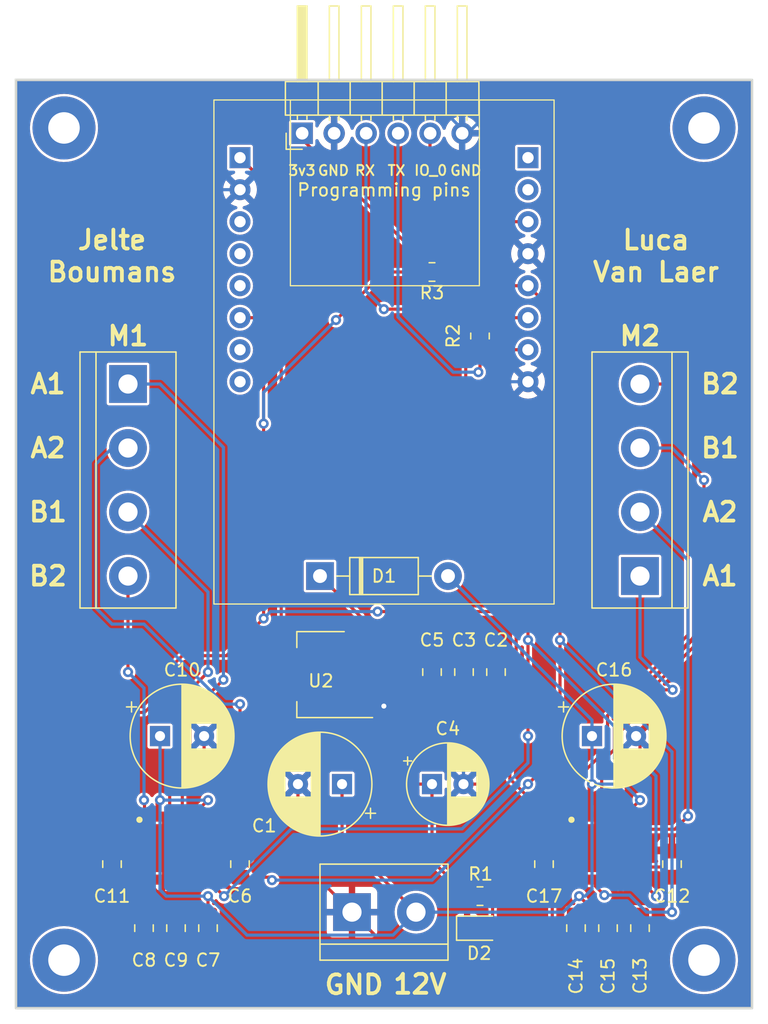
<source format=kicad_pcb>
(kicad_pcb (version 20211014) (generator pcbnew)
  (layers (0 "F.Cu" signal) (31 "B.Cu" signal) (34 "B.Paste" user) (35 "F.Paste" user) (36 "B.SilkS" user "B.Silkscreen") (37 "F.SilkS" user "F.Silkscreen") (38 "B.Mask" user) (39 "F.Mask" user) (44 "Edge.Cuts" user))
  (net 0 "")
  (net 1 "M1A1")
  (net 2 "M1A2")
  (net 3 "M1B1")
  (net 4 "M1B2")
  (net 5 "M2A1")
  (net 6 "M2A2")
  (net 7 "M2B1")
  (net 8 "M2B2")
  (net 9 "GND")
  (net 10 "Vmot")
  (net 12 "Net-(C11-Pad2)")
  (net 13 "Net-(C11-Pad1)")
  (net 14 "Net-(C7-Pad2)")
  (net 19 "RXD")
  (net 20 "3.3V")
  (net 23 "Net-(C17-Pad2)")
  (net 24 "Net-(C17-Pad1)")
  (net 25 "Net-(C13-Pad2)")
  (net 31 "5V")
  (net 32 "Net-(D2-Pad2)")
  (net 33 "Net-(C2-Pad1)")
  (net 34 "FLASH_PIN")
  (net 36 "ENN")
  (net 40 "PROG_PIN")
  (net 41 "TXD")
  (footprint "" (layer "F.Cu") (at 168.91 137.16)
    (fp_text reference "")
    (fp_text value "")
  )
  (footprint "TMC2209-LA:TMC2209-LA" (layer "F.Cu") (at 161.29 128.27)
    (fp_text reference "IC2" hide)
    (fp_text value "TMC2209-LA" hide)
  )
  (footprint "Diode_THT:D_DO-41_SOD81_P10.16mm_Horizontal" (layer "F.Cu") (at 138.43 106.68)
    (fp_text reference "D1")
    (fp_text value "1N4004" hide)
  )
  (footprint "Resistor_SMD:R_0805_2012Metric_Pad1.20x1.40mm_HandSolder" (layer "F.Cu") (at 151.13 87.63 -90)
    (fp_text reference "R2")
    (fp_text value "1kOhm" hide)
  )
  (footprint "Package_TO_SOT_SMD:SOT-223-3_TabPin2" (layer "F.Cu") (at 138.5 114.5 180)
    (fp_text reference "U2")
    (fp_text value "LD1117S50" hide)
  )
  (footprint "Capacitor_SMD:C_0805_2012Metric_Pad1.18x1.45mm_HandSolder" (layer "F.Cu") (at 129.54 134.62 -90)
    (fp_text reference "C7")
    (fp_text value "100nF" hide)
  )
  (footprint "Capacitor_SMD:C_0805_2012Metric_Pad1.18x1.45mm_HandSolder" (layer "F.Cu") (at 127 134.62 -90)
    (fp_text reference "C9")
    (fp_text value "100nF" hide)
  )
  (footprint "Capacitor_SMD:C_0805_2012Metric_Pad1.18x1.45mm_HandSolder" (layer "F.Cu") (at 152.4 114.3 -90)
    (fp_text reference "C2")
    (fp_text value "0.47µF" hide)
  )
  (footprint "" (layer "F.Cu") (at 118.11 71.12)
    (fp_text reference "")
    (fp_text value "")
  )
  (footprint "Capacitor_THT:CP_Radial_D8.0mm_P3.50mm" (layer "F.Cu") (at 125.73 119.38)
    (fp_text reference "C10")
    (fp_text value "100µF" hide)
  )
  (footprint "Connector_PinHeader_2.54mm:PinHeader_1x06_P2.54mm_Horizontal" (layer "F.Cu") (at 137.013682 71.541861 90)
    (fp_text reference "J1" hide)
    (fp_text value "Programming pins")
  )
  (footprint "Capacitor_SMD:C_0805_2012Metric_Pad1.18x1.45mm_HandSolder" (layer "F.Cu") (at 166.37 129.54 90)
    (fp_text reference "C12")
    (fp_text value "100nF" hide)
  )
  (footprint "TerminalBlock:TerminalBlock_bornier-4_P5.08mm" (layer "F.Cu") (at 123.19 91.44 -90)
    (fp_text reference "Motor_ConnectorL" hide)
    (fp_text value "Screw_Terminal_01x04" hide)
  )
  (footprint "ESP32-CAM:ESP32-CAM" (layer "F.Cu") (at 132.08 91.26)
    (fp_text reference "U1" hide)
    (fp_text value "ESP32-CAM" hide)
  )
  (footprint "" (layer "F.Cu") (at 118.11 137.16)
    (fp_text reference "")
    (fp_text value "")
  )
  (footprint "Capacitor_SMD:C_0805_2012Metric_Pad1.18x1.45mm_HandSolder" (layer "F.Cu") (at 124.46 134.62 -90)
    (fp_text reference "C8")
    (fp_text value "100nF" hide)
  )
  (footprint "TerminalBlock:TerminalBlock_bornier-2_P5.08mm" (layer "F.Cu") (at 140.97 133.35)
    (fp_text reference "Power1" hide)
    (fp_text value "Screw_Terminal_01x02" hide)
  )
  (footprint "Capacitor_SMD:C_0805_2012Metric_Pad1.18x1.45mm_HandSolder" (layer "F.Cu") (at 147.32 114.3 -90)
    (fp_text reference "C5")
    (fp_text value "0.1µF" hide)
  )
  (footprint "Capacitor_SMD:C_0805_2012Metric_Pad1.18x1.45mm_HandSolder" (layer "F.Cu") (at 156.21 129.54 90)
    (fp_text reference "C17")
    (fp_text value "22nF" hide)
  )
  (footprint "Capacitor_THT:CP_Radial_D6.3mm_P2.50mm" (layer "F.Cu") (at 147.32 123.19)
    (fp_text reference "C4")
    (fp_text value "10µF" hide)
  )
  (footprint "Capacitor_THT:CP_Radial_D8.0mm_P3.50mm" (layer "F.Cu") (at 140.18 123.19 180)
    (fp_text reference "C1")
    (fp_text value "100µF" hide)
  )
  (footprint "" (layer "F.Cu") (at 168.91 71.12)
    (fp_text reference "")
    (fp_text value "")
  )
  (footprint "Capacitor_SMD:C_0805_2012Metric_Pad1.18x1.45mm_HandSolder" (layer "F.Cu") (at 158.75 134.62 -90)
    (fp_text reference "C14")
    (fp_text value "100nF" hide)
  )
  (footprint "Capacitor_THT:CP_Radial_D8.0mm_P3.50mm" (layer "F.Cu") (at 160.02 119.38)
    (fp_text reference "C16")
    (fp_text value "100µF" hide)
  )
  (footprint "TMC2209-LA:TMC2209-LA" (layer "F.Cu") (at 127 128.27)
    (fp_text reference "IC1" hide)
    (fp_text value "TMC2209-LA" hide)
  )
  (footprint "Capacitor_SMD:C_0805_2012Metric_Pad1.18x1.45mm_HandSolder" (layer "F.Cu") (at 161.29 134.62 -90)
    (fp_text reference "C15")
    (fp_text value "100nF" hide)
  )
  (footprint "LED_SMD:LED_0805_2012Metric_Pad1.15x1.40mm_HandSolder" (layer "F.Cu") (at 151.13 134.62)
    (fp_text reference "D2")
    (fp_text value "LED" hide)
  )
  (footprint "Capacitor_SMD:C_0805_2012Metric_Pad1.18x1.45mm_HandSolder" (layer "F.Cu") (at 149.86 114.3 -90)
    (fp_text reference "C3")
    (fp_text value "0.47µF" hide)
  )
  (footprint "Resistor_SMD:R_0805_2012Metric_Pad1.20x1.40mm_HandSolder" (layer "F.Cu") (at 151.13 132.08)
    (fp_text reference "R1")
    (fp_text value "330 Ohm" hide)
  )
  (footprint "Capacitor_SMD:C_0805_2012Metric_Pad1.18x1.45mm_HandSolder" (layer "F.Cu") (at 121.92 129.54 90)
    (fp_text reference "C11")
    (fp_text value "22nF" hide)
  )
  (footprint "Capacitor_SMD:C_0805_2012Metric_Pad1.18x1.45mm_HandSolder" (layer "F.Cu") (at 163.83 134.62 -90)
    (fp_text reference "C13")
    (fp_text value "100nF" hide)
  )
  (footprint "Capacitor_SMD:C_0805_2012Metric_Pad1.18x1.45mm_HandSolder" (layer "F.Cu") (at 132.08 129.54 90)
    (fp_text reference "C6")
    (fp_text value "100nF" hide)
  )
  (footprint "TerminalBlock:TerminalBlock_bornier-4_P5.08mm" (layer "F.Cu") (at 163.83 106.68 90)
    (fp_text reference "Motor_ConnectorR" hide)
    (fp_text value "Screw_Terminal_01x04" hide)
  )
  (footprint "Resistor_SMD:R_0805_2012Metric_Pad1.20x1.40mm_HandSolder" (layer "F.Cu") (at 147.32 82.55 180)
    (fp_text reference "R3")
    (fp_text value "10kOhm")
  )
  (gr_rect (start 114.3 140.97) (end 172.72 67.31) (layer "Edge.Cuts") (width 0.2) (fill none))
  (gr_text "B1" (at 116.84 101.6) (layer "F.SilkS") (effects (font (size 1.5 1.5) (thickness 0.3))))
  (gr_text "A2" (at 170.18 101.6) (layer "F.SilkS") (effects (font (size 1.5 1.5) (thickness 0.3))))
  (gr_text "B2" (at 170.18 91.44) (layer "F.SilkS") (effects (font (size 1.5 1.5) (thickness 0.3))))
  (gr_text "Luca" (at 165.1 80.01) (layer "F.SilkS") (effects (font (size 1.5 1.5) (thickness 0.3))))
  (gr_text "12V" (at 146.367875 139.072106) (layer "F.SilkS") (effects (font (size 1.5 1.5) (thickness 0.3))))
  (gr_text "3v3" (at 137 74.5) (layer "F.SilkS") (effects (font (size 0.8 0.8))))
  (gr_text "Jelte\n" (at 121.92 80.01) (layer "F.SilkS") (effects (font (size 1.5 1.5) (thickness 0.3))))
  (gr_text "IO_0" (at 147.216285 74.491895) (layer "F.SilkS") (effects (font (size 0.8 0.8))))
  (gr_text "GND" (at 141.129688 139.110064) (layer "F.SilkS") (effects (font (size 1.5 1.5) (thickness 0.3))))
  (gr_text "A1\n" (at 170.18 106.68) (layer "F.SilkS") (effects (font (size 1.5 1.5) (thickness 0.3))))
  (gr_text "B2" (at 116.84 106.68) (layer "F.SilkS") (effects (font (size 1.5 1.5) (thickness 0.3))))
  (gr_text "Boumans" (at 121.92 82.55) (layer "F.SilkS") (effects (font (size 1.5 1.5) (thickness 0.3))))
  (gr_text "A2" (at 116.84 96.52) (layer "F.SilkS") (effects (font (size 1.5 1.5) (thickness 0.3))))
  (gr_text "M1" (at 123.19 87.63) (layer "F.SilkS") (effects (font (size 1.5 1.5) (thickness 0.3))))
  (gr_text "B1" (at 170.18 96.52) (layer "F.SilkS") (effects (font (size 1.5 1.5) (thickness 0.3))))
  (gr_text "RX" (at 142 74.5) (layer "F.SilkS") (effects (font (size 0.8 0.8))))
  (gr_text "GND" (at 139.5 74.5) (layer "F.SilkS") (effects (font (size 0.8 0.8))))
  (gr_text "M2" (at 163.83 87.63) (layer "F.SilkS") (effects (font (size 1.5 1.5) (thickness 0.3))))
  (gr_text "TX" (at 144.5 74.5) (layer "F.SilkS") (effects (font (size 0.8 0.8))))
  (gr_text "A1\n" (at 116.84 91.44) (layer "F.SilkS") (effects (font (size 1.5 1.5) (thickness 0.3))))
  (gr_text "GND" (at 150 74.5) (layer "F.SilkS") (effects (font (size 0.8 0.8))))
  (gr_text "Van Laer" (at 165.1 82.55) (layer "F.SilkS") (effects (font (size 1.5 1.5) (thickness 0.3))))
  (segment (start 128.105 117.563332) (end 130.764126 114.904206) (width 0.25) (layer "F.Cu") (net 1))
  (segment (start 127.5 123.178771) (end 128.105 122.573771) (width 0.25) (layer "F.Cu") (net 1))
  (segment (start 128.105 122.573771) (end 128.105 117.563332) (width 0.25) (layer "F.Cu") (net 1))
  (segment (start 127.5 125.77) (end 127.5 123.178771) (width 0.25) (layer "F.Cu") (net 1))
  (via (at 130.764126 114.904206) (size 0.8) (drill 0.4) (layers "F.Cu" "B.Cu") (net 1))
  (segment (start 130.764126 114.904206) (end 130.764126 96.474126) (width 0.25) (layer "B.Cu") (net 1))
  (segment (start 130.764126 96.474126) (end 125.73 91.44) (width 0.25) (layer "B.Cu") (net 1))
  (segment (start 125.73 91.44) (end 123.19 91.44) (width 0.25) (layer "B.Cu") (net 1))
  (segment (start 129.77 126.77) (end 132.08 124.46) (width 0.25) (layer "F.Cu") (net 2))
  (segment (start 129.5 126.77) (end 129.77 126.77) (width 0.25) (layer "F.Cu") (net 2))
  (segment (start 132.08 124.46) (end 132.08 116.84) (width 0.25) (layer "F.Cu") (net 2))
  (via (at 132.08 116.84) (size 0.8) (drill 0.4) (layers "F.Cu" "B.Cu") (net 2))
  (segment (start 124.46 110.49) (end 121.92 110.49) (width 0.25) (layer "B.Cu") (net 2))
  (segment (start 120.65 109.22) (end 120.65 97.79) (width 0.25) (layer "B.Cu") (net 2))
  (segment (start 120.65 97.79) (end 121.92 96.52) (width 0.25) (layer "B.Cu") (net 2))
  (segment (start 121.92 110.49) (end 120.65 109.22) (width 0.25) (layer "B.Cu") (net 2))
  (segment (start 132.08 116.84) (end 130.81 116.84) (width 0.25) (layer "B.Cu") (net 2))
  (segment (start 130.81 116.84) (end 124.46 110.49) (width 0.25) (layer "B.Cu") (net 2))
  (segment (start 121.92 96.52) (end 123.19 96.52) (width 0.25) (layer "B.Cu") (net 2))
  (segment (start 126.5 125.77) (end 126.5 122.356794) (width 0.25) (layer "F.Cu") (net 3))
  (segment (start 127.221391 121.635403) (end 127.221391 116.618609) (width 0.25) (layer "F.Cu") (net 3))
  (segment (start 126.5 122.356794) (end 127.221391 121.635403) (width 0.25) (layer "F.Cu") (net 3))
  (segment (start 127.221391 116.618609) (end 129.54 114.3) (width 0.25) (layer "F.Cu") (net 3))
  (via (at 129.54 114.3) (size 0.8) (drill 0.4) (layers "F.Cu" "B.Cu") (net 3))
  (segment (start 129.54 107.95) (end 123.19 101.6) (width 0.25) (layer "B.Cu") (net 3))
  (segment (start 129.54 114.3) (end 129.54 107.95) (width 0.25) (layer "B.Cu") (net 3))
  (segment (start 124.5 126.77) (end 124.5 124.5) (width 0.25) (layer "F.Cu") (net 4))
  (segment (start 123.19 106.68) (end 123.19 114.3) (width 0.25) (layer "F.Cu") (net 4))
  (segment (start 124.5 124.5) (end 124.46 124.46) (width 0.25) (layer "F.Cu") (net 4))
  (via (at 123.19 114.3) (size 0.8) (drill 0.4) (layers "F.Cu" "B.Cu") (net 4))
  (via (at 124.46 124.46) (size 0.8) (drill 0.4) (layers "F.Cu" "B.Cu") (net 4))
  (segment (start 124.46 115.57) (end 123.19 114.3) (width 0.25) (layer "B.Cu") (net 4))
  (segment (start 124.46 124.46) (end 124.46 115.57) (width 0.25) (layer "B.Cu") (net 4))
  (segment (start 162.284865 124.343434) (end 162.284865 119.009792) (width 0.25) (layer "F.Cu") (net 5))
  (segment (start 165.585537 115.70912) (end 166.42061 115.70912) (width 0.25) (layer "F.Cu") (net 5))
  (segment (start 161.79 124.838299) (end 162.284865 124.343434) (width 0.25) (layer "F.Cu") (net 5))
  (segment (start 161.79 125.77) (end 161.79 124.838299) (width 0.25) (layer "F.Cu") (net 5))
  (segment (start 162.284865 119.009792) (end 165.585537 115.70912) (width 0.25) (layer "F.Cu") (net 5))
  (via (at 166.42061 115.70912) (size 0.8) (drill 0.4) (layers "F.Cu" "B.Cu") (net 5))
  (segment (start 163.83 113.11851) (end 166.42061 115.70912) (width 0.25) (layer "B.Cu") (net 5))
  (segment (start 163.83 106.68) (end 163.83 113.11851) (width 0.25) (layer "B.Cu") (net 5))
  (segment (start 166.6 126.77) (end 167.64 125.73) (width 0.25) (layer "F.Cu") (net 6))
  (segment (start 163.79 126.77) (end 166.6 126.77) (width 0.25) (layer "F.Cu") (net 6))
  (via (at 167.64 125.73) (size 0.8) (drill 0.4) (layers "F.Cu" "B.Cu") (net 6))
  (segment (start 167.64 105.41) (end 167.64 125.73) (width 0.25) (layer "B.Cu") (net 6))
  (segment (start 163.83 101.6) (end 167.64 105.41) (width 0.25) (layer "B.Cu") (net 6))
  (segment (start 161.795219 118.588449) (end 168.91 111.473668) (width 0.25) (layer "F.Cu") (net 7))
  (segment (start 160.79 125.77) (end 160.79 121.444716) (width 0.25) (layer "F.Cu") (net 7))
  (segment (start 161.795219 120.439497) (end 161.795219 118.588449) (width 0.25) (layer "F.Cu") (net 7))
  (segment (start 168.91 111.473668) (end 168.91 99.06) (width 0.25) (layer "F.Cu") (net 7))
  (segment (start 160.79 121.444716) (end 161.795219 120.439497) (width 0.25) (layer "F.Cu") (net 7))
  (via (at 168.91 99.06) (size 0.8) (drill 0.4) (layers "F.Cu" "B.Cu") (net 7))
  (segment (start 166.37 96.52) (end 168.91 99.06) (width 0.25) (layer "B.Cu") (net 7))
  (segment (start 163.83 96.52) (end 166.37 96.52) (width 0.25) (layer "B.Cu") (net 7))
  (segment (start 167.64 111.35188) (end 161.255373 117.736507) (width 0.25) (layer "F.Cu") (net 8))
  (segment (start 161.255373 117.736507) (end 161.255373 120.342947) (width 0.25) (layer "F.Cu") (net 8))
  (segment (start 166.37 91.44) (end 167.64 92.71) (width 0.25) (layer "F.Cu") (net 8))
  (segment (start 158.79 122.80832) (end 158.79 126.77) (width 0.25) (layer "F.Cu") (net 8))
  (segment (start 161.255373 120.342947) (end 158.79 122.80832) (width 0.25) (layer "F.Cu") (net 8))
  (segment (start 163.83 91.44) (end 166.37 91.44) (width 0.25) (layer "F.Cu") (net 8))
  (segment (start 167.64 92.71) (end 167.64 111.35188) (width 0.25) (layer "F.Cu") (net 8))
  (segment (start 163.83 119.69) (end 163.83 123.434695) (width 0.25) (layer "F.Cu") (net 9))
  (segment (start 140.97 133.35) (end 136.1225 128.5025) (width 0.25) (layer "F.Cu") (net 9))
  (segment (start 166.6025 128.27) (end 166.37 128.5025) (width 0.25) (layer "F.Cu") (net 9))
  (segment (start 128 129.27) (end 127 128.27) (width 0.25) (layer "F.Cu") (net 9))
  (segment (start 129.23 122.23) (end 128 123.46) (width 0.25) (layer "F.Cu") (net 9))
  (segment (start 158.79 127.77) (end 160.79 127.77) (width 0.25) (layer "F.Cu") (net 9))
  (segment (start 136.68 123.19) (end 136.68 126.21) (width 0.25) (layer "F.Cu") (net 9))
  (segment (start 161.3425 135.6575) (end 162.25452 134.74548) (width 0.25) (layer "F.Cu") (net 9))
  (segment (start 141.65 116.8) (end 143.3 116.8) (width 0.25) (layer "F.Cu") (net 9))
  (segment (start 166.1375 128.27) (end 166.37 128.5025) (width 0.25) (layer "F.Cu") (net 9))
  (segment (start 163.83 123.434695) (end 162.29 124.974695) (width 0.25) (layer "F.Cu") (net 9))
  (segment (start 126 131.754888) (end 126 130.77) (width 0.25) (layer "F.Cu") (net 9))
  (segment (start 165.74548 134.74548) (end 166.161044 135.161044) (width 0.25) (layer "F.Cu") (net 9))
  (segment (start 136.68 126.21) (end 134.3875 128.5025) (width 0.25) (layer "F.Cu") (net 9))
  (segment (start 162.25452 134.74548) (end 165.74548 134.74548) (width 0.25) (layer "F.Cu") (net 9))
  (segment (start 126.032179 131.787067) (end 126 131.754888) (width 0.25) (layer "F.Cu") (net 9))
  (segment (start 155.53 127.59) (end 155.91 127.59) (width 0.25) (layer "F.Cu") (net 9))
  (segment (start 149.82 123.19) (end 151.19 123.19) (width 0.25) (layer "F.Cu") (net 9))
  (segment (start 151.19 123.19) (end 155.59 127.59) (width 0.25) (layer "F.Cu") (net 9))
  (segment (start 163.79 128.27) (end 166.1375 128.27) (width 0.25) (layer "F.Cu") (net 9))
  (segment (start 140.97 133.35) (end 145.337339 137.717339) (width 0.25) (layer "F.Cu") (net 9))
  (segment (start 155.59 127.59) (end 155.91 127.59) (width 0.25) (layer "F.Cu") (net 9))
  (segment (start 134.3875 128.5025) (end 132.08 128.5025) (width 0.25) (layer "F.Cu") (net 9))
  (segment (start 168.425932 132.896155) (end 168.425932 129.055932) (width 0.25) (layer "F.Cu") (net 9))
  (segment (start 126 125.77) (end 126 127.27) (width 0.25) (layer "F.Cu") (net 9))
  (segment (start 145.337339 137.717339) (end 149.302661 137.717339) (width 0.25) (layer "F.Cu") (net 9))
  (segment (start 160.79 130.77) (end 160.79 128.77) (width 0.25) (layer "F.Cu") (net 9))
  (segment (start 128 125.77) (end 128 127.27) (width 0.25) (layer "F.Cu") (net 9))
  (segment (start 161.29 135.6575) (end 158.75 135.6575) (width 0.25) (layer "F.Cu") (net 9))
  (segment (start 126.5 128.77) (end 127 128.27) (width 0.25) (layer "F.Cu") (net 9))
  (segment (start 122.859295 132.976899) (end 123.463654 132.37254) (width 0.25) (layer "F.Cu") (net 9))
  (segment (start 126 130.77) (end 126 129.27) (width 0.25) (layer "F.Cu") (net 9))
  (segment (start 149.86 115.3375) (end 152.4 115.3375) (width 0.25) (layer "F.Cu") (net 9))
  (segment (start 163.604748 137.717339) (end 168.425932 132.896155) (width 0.25) (layer "F.Cu") (net 9))
  (segment (start 125.446706 132.37254) (end 126.032179 131.787067) (width 0.25) (layer "F.Cu") (net 9))
  (segment (start 157.128173 127.795) (end 158.765 127.795) (width 0.25) (layer "F.Cu") (net 9))
  (segment (start 160.29 125.77) (end 160.29 127.27) (width 0.25) (layer "F.Cu") (net 9))
  (segment (start 126 127.27) (end 127 128.27) (width 0.25) (layer "F.Cu") (net 9))
  (segment (start 161.29 135.6575) (end 161.3425 135.6575) (width 0.25) (layer "F.Cu") (net 9))
  (segment (start 149.82 117.8375) (end 147.32 115.3375) (width 0.25) (layer "F.Cu") (net 9))
  (segment (start 128 123.46) (end 128 125.77) (width 0.25) (layer "F.Cu") (net 9))
  (segment (start 162.29 125.77) (end 162.29 127.27) (width 0.25) (layer "F.Cu") (net 9))
  (segment (start 132.08 128.5025) (end 131.3125 129.27) (width 0.25) (layer "F.Cu") (net 9))
  (segment (start 129.5 127.27) (end 128 127.27) (width 0.25) (layer "F.Cu") (net 9))
  (segment (start 155.91 127.59) (end 156.923173 127.59) (width 0.25) (layer "F.Cu") (net 9))
  (segment (start 129.23 119.38) (end 129.23 122.23) (width 0.25) (layer "F.Cu") (net 9))
  (segment (start 126.5 130.77) (end 126.5 128.77) (width 0.25) (layer "F.Cu") (net 9))
  (segment (start 147.32 115.3375) (end 149.86 115.3375) (width 0.25) (layer "F.Cu") (net 9))
  (segment (start 156.923173 127.59) (end 157.128173 127.795) (width 0.25) (layer "F.Cu") (net 9))
  (segment (start 124.46 135.6575) (end 127 135.6575) (width 0.25) (layer "F.Cu") (net 9))
  (segment (start 131.3125 129.27) (end 129.5 129.27) (width 0.25) (layer "F.Cu") (net 9))
  (segment (start 128 130.77) (end 128 129.27) (width 0.25) (layer "F.Cu") (net 9))
  (segment (start 161.29 128.27) (end 163.79 128.27) (width 0.25) (layer "F.Cu") (net 9))
  (segment (start 136.1225 128.5025) (end 134.3875 128.5025) (width 0.25) (layer "F.Cu") (net 9))
  (segment (start 126 129.27) (end 127 128.27) (width 0.25) (layer "F.Cu") (net 9))
  (segment (start 149.82 123.19) (end 149.82 117.8375) (width 0.25) (layer "F.Cu") (net 9))
  (segment (start 129.5 127.77) (end 127.5 127.77) (width 0.25) (layer "F.Cu") (net 9))
  (segment (start 163.79 127.27) (end 162.29 127.27) (width 0.25) (layer "F.Cu") (net 9))
  (segment (start 150.105 136.915) (end 149.302661 137.717339) (width 0.25) (layer "F.Cu") (net 9))
  (segment (start 129.5 129.27) (end 128 129.27) (width 0.25) (layer "F.Cu") (net 9))
  (segment (start 163.52 119.38) (end 163.83 119.69) (width 0.25) (layer "F.Cu") (net 9))
  (segment (start 167.64 128.27) (end 166.6025 128.27) (width 0.25) (layer "F.Cu") (net 9))
  (segment (start 150.105 134.62) (end 150.105 136.915) (width 0.25) (layer "F.Cu") (net 9))
  (segment (start 162.29 124.974695) (end 162.29 125.77) (width 0.25) (layer "F.Cu") (net 9))
  (segment (start 124.46 135.6575) (end 123.311323 135.6575) (width 0.25) (layer "F.Cu") (net 9))
  (segment (start 163.79 127.77) (end 161.79 127.77) (width 0.25) (layer "F.Cu") (net 9))
  (segment (start 143.3 116.8) (end 143.5 117) (width 0.25) (layer "F.Cu") (net 9))
  (segment (start 123.463654 132.37254) (end 125.446706 132.37254) (width 0.25) (layer "F.Cu") (net 9))
  (segment (start 162.29 130.77) (end 162.29 129.27) (width 0.25) (layer "F.Cu") (net 9))
  (segment (start 124.5 127.77) (end 126.5 127.77) (width 0.25) (layer "F.Cu") (net 9))
  (segment (start 149.302661 137.717339) (end 163.604748 137.717339) (width 0.25) (layer "F.Cu") (net 9))
  (segment (start 129.5 128.27) (end 127 128.27) (width 0.25) (layer "F.Cu") (net 9))
  (segment (start 123.311323 135.6575) (end 122.859295 135.205472) (width 0.25) (layer "F.Cu") (net 9))
  (segment (start 168.425932 129.055932) (end 167.64 128.27) (width 0.25) (layer "F.Cu") (net 9))
  (segment (start 158.765 127.795) (end 158.79 127.77) (width 0.25) (layer "F.Cu") (net 9))
  (segment (start 163.79 129.27) (end 162.29 129.27) (width 0.25) (layer "F.Cu") (net 9))
  (segment (start 122.859295 135.205472) (end 122.859295 132.976899) (width 0.25) (layer "F.Cu") (net 9))
  (via (at 143.5 117) (size 0.8) (drill 0.4) (layers "F.Cu" "B.Cu") (net 9))
  (segment (start 154.94 81.1) (end 157.5 78.54) (width 0.25) (layer "B.Cu") (net 9))
  (segment (start 152.4 83.64) (end 154.94 81.1) (width 0.25) (layer "B.Cu") (net 9))
  (segment (start 148.35 69.85) (end 139.7 69.85) (width 0.25) (layer "B.Cu") (net 9))
  (segment (start 130.52 76.02) (end 132.08 76.02) (width 0.25) (layer "B.Cu") (net 9))
  (segment (start 157.5 72) (end 156 70.5) (width 0.25) (layer "B.Cu") (net 9))
  (segment (start 153.49 91.26) (end 152.4 90.17) (width 0.25) (layer "B.Cu") (net 9))
  (segment (start 147.165 116.835) (end 147.165 116.335) (width 0.25) (layer "B.Cu") (net 9))
  (segment (start 151.2 70.5) (end 149.7 72) (width 0.25) (layer "B.Cu") (net 9))
  (segment (start 154.94 91.26) (end 147.165 99.035) (width 0.25) (layer "B.Cu") (net 9))
  (segment (start 131.65 69.85) (end 130 71.5) (width 0.25) (layer "B.Cu") (net 9))
  (segment (start 139.553682 69.996318) (end 139.7 69.85) (width 0.25) (layer "B.Cu") (net 9))
  (segment (start 147.165 99.035) (end 147.165 116.335) (width 0.25) (layer "B.Cu") (net 9))
  (segment (start 149.7 71.2) (end 148.35 69.85) (width 0.25) (layer "B.Cu") (net 9))
  (segment (start 152.4 90.17) (end 152.4 83.64) (width 0.25) (layer "B.Cu") (net 9))
  (segment (start 149.7 72) (end 149.7 71.2) (width 0.25) (layer "B.Cu") (net 9))
  (segment (start 147 117) (end 147.165 116.835) (width 0.25) (layer "B.Cu") (net 9))
  (segment (start 156 70.5) (end 151.2 70.5) (width 0.25) (layer "B.Cu") (net 9))
  (segment (start 139.553682 71.541861) (end 139.553682 69.996318) (width 0.25) (layer "B.Cu") (net 9))
  (segment (start 149.82 121.99) (end 149.82 123.19) (width 0.25) (layer "B.Cu") (net 9))
  (segment (start 154.94 91.26) (end 153.49 91.26) (width 0.25) (layer "B.Cu") (net 9))
  (segment (start 157.5 78.54) (end 157.5 72) (width 0.25) (layer "B.Cu") (net 9))
  (segment (start 147.165 119.335) (end 149.82 121.99) (width 0.25) (layer "B.Cu") (net 9))
  (segment (start 147.165 116.335) (end 147.165 119.335) (width 0.25) (layer "B.Cu") (net 9))
  (segment (start 143.5 117) (end 147 117) (width 0.25) (layer "B.Cu") (net 9))
  (segment (start 139.7 69.85) (end 131.65 69.85) (width 0.25) (layer "B.Cu") (net 9))
  (segment (start 130 71.5) (end 130 75.5) (width 0.25) (layer "B.Cu") (net 9))
  (segment (start 130 75.5) (end 130.52 76.02) (width 0.25) (layer "B.Cu") (net 9))
  (segment (start 125.5 125.77) (end 125.5 124.69) (width 0.25) (layer "F.Cu") (net 10))
  (segment (start 159 132.08) (end 160.5025 133.5825) (width 0.25) (layer "F.Cu") (net 10))
  (segment (start 160.5025 133.5825) (end 163.83 133.5825) (width 0.25) (layer "F.Cu") (net 10))
  (segment (start 140.18 127.48) (end 140.18 123.19) (width 0.25) (layer "F.Cu") (net 10))
  (segment (start 158.75 133.5825) (end 161.29 133.5825) (width 0.25) (layer "F.Cu") (net 10))
  (segment (start 160.02 123.19) (end 159.79 123.42) (width 0.25) (layer "F.Cu") (net 10))
  (segment (start 162.79 125.77) (end 162.79 125.5) (width 0.25) (layer "F.Cu") (net 10))
  (segment (start 161.29 133.5825) (end 163.83 133.5825) (width 0.25) (layer "F.Cu") (net 10))
  (segment (start 128.5 125.5) (end 129.54 124.46) (width 0.25) (layer "F.Cu") (net 10))
  (segment (start 128.5 125.77) (end 128.5 125.5) (width 0.25) (layer "F.Cu") (net 10))
  (segment (start 129.54 132.08) (end 129.54 133.5825) (width 0.25) (layer "F.Cu") (net 10))
  (segment (start 162.79 125.5) (end 163.83 124.46) (width 0.25) (layer "F.Cu") (net 10))
  (segment (start 124.46 133.5825) (end 127 133.5825) (width 0.25) (layer "F.Cu") (net 10))
  (segment (start 127 133.5825) (end 129.54 133.5825) (width 0.25) (layer "F.Cu") (net 10))
  (segment (start 159.79 123.42) (end 159.79 125.77) (width 0.25) (layer "F.Cu") (net 10))
  (segment (start 146.05 133.35) (end 140.18 127.48) (width 0.25) (layer "F.Cu") (net 10))
  (segment (start 125.73 124.46) (end 125.5 124.69) (width 0.25) (layer "F.Cu") (net 10))
  (via (at 163.83 124.46) (size 0.8) (drill 0.4) (layers "F.Cu" "B.Cu") (net 10))
  (via (at 129.54 132.08) (size 0.8) (drill 0.4) (layers "F.Cu" "B.Cu") (net 10))
  (via (at 125.73 124.46) (size 0.8) (drill 0.4) (layers "F.Cu" "B.Cu") (net 10))
  (via (at 160.02 123.19) (size 0.8) (drill 0.4) (layers "F.Cu" "B.Cu") (net 10))
  (via (at 129.54 124.46) (size 0.8) (drill 0.4) (layers "F.Cu" "B.Cu") (net 10))
  (via (at 159 132.08) (size 0.8) (drill 0.4) (layers "F.Cu" "B.Cu") (net 10))
  (segment (start 160.02 119.38) (end 160.02 123.19) (width 0.25) (layer "B.Cu") (net 10))
  (segment (start 129.54 124.46) (end 125.73 124.46) (width 0.25) (layer "B.Cu") (net 10))
  (segment (start 159.469348 132.08) (end 160.02 131.529348) (width 0.25) (layer "B.Cu") (net 10))
  (segment (start 148.59 106.68) (end 160.02 118.11) (width 0.25) (layer "B.Cu") (net 10))
  (segment (start 157.73 133.35) (end 146.05 133.35) (width 0.25) (layer "B.Cu") (net 10))
  (segment (start 125.73 119.38) (end 125.73 124.46) (width 0.25) (layer "B.Cu") (net 10))
  (segment (start 125.73 124.46) (end 125.73 131.583017) (width 0.25) (layer "B.Cu") (net 10))
  (segment (start 125.73 131.583017) (end 126.226983 132.08) (width 0.25) (layer "B.Cu") (net 10))
  (segment (start 162.56 123.19) (end 163.83 124.46) (width 0.25) (layer "B.Cu") (net 10))
  (segment (start 160.02 131.529348) (end 160.02 123.19) (width 0.25) (layer "B.Cu") (net 10))
  (segment (start 160.02 123.19) (end 162.56 123.19) (width 0.25) (layer "B.Cu") (net 10))
  (segment (start 146.05 133.35) (end 144.225 135.175) (width 0.25) (layer "B.Cu") (net 10))
  (segment (start 159 132.08) (end 157.73 133.35) (width 0.25) (layer "B.Cu") (net 10))
  (segment (start 144.225 135.175) (end 132.635 135.175) (width 0.25) (layer "B.Cu") (net 10))
  (segment (start 159 132.08) (end 159.469348 132.08) (width 0.25) (layer "B.Cu") (net 10))
  (segment (start 126.226983 132.08) (end 129.54 132.08) (width 0.25) (layer "B.Cu") (net 10))
  (segment (start 132.635 135.175) (end 129.54 132.08) (width 0.25) (layer "B.Cu") (net 10))
  (segment (start 160.02 118.11) (end 160.02 119.38) (width 0.25) (layer "B.Cu") (net 10))
  (segment (start 121.92 128.5025) (end 122.9575 128.5025) (width 0.25) (layer "F.Cu") (net 12))
  (segment (start 122.9575 128.5025) (end 123.19 128.27) (width 0.25) (layer "F.Cu") (net 12))
  (segment (start 123.19 128.27) (end 124.5 128.27) (width 0.25) (layer "F.Cu") (net 12))
  (segment (start 121.92 130.5775) (end 123.7275 128.77) (width 0.25) (layer "F.Cu") (net 13))
  (segment (start 123.7275 128.77) (end 124.5 128.77) (width 0.25) (layer "F.Cu") (net 13))
  (segment (start 129.54 135.6575) (end 129.54 136.664725) (width 0.25) (layer "F.Cu") (net 14))
  (segment (start 129.54 136.664725) (end 129.31838 136.886345) (width 0.25) (layer "F.Cu") (net 14))
  (segment (start 122.141619 132.599174) (end 123.595857 131.144936) (width 0.25) (layer "F.Cu") (net 14))
  (segment (start 123.595857 131.144936) (end 123.595857 129.653838) (width 0.25) (layer "F.Cu") (net 14))
  (segment (start 123.067043 136.886345) (end 122.141619 135.960921) (width 0.25) (layer "F.Cu") (net 14))
  (segment (start 122.141619 135.960921) (end 122.141619 132.599174) (width 0.25) (layer "F.Cu") (net 14))
  (segment (start 123.979695 129.27) (end 124.5 129.27) (width 0.25) (layer "F.Cu") (net 14))
  (segment (start 123.595857 129.653838) (end 123.979695 129.27) (width 0.25) (layer "F.Cu") (net 14))
  (segment (start 129.31838 136.886345) (end 123.067043 136.886345) (width 0.25) (layer "F.Cu") (net 14))
  (segment (start 151.13 86.63) (end 150.37 86.63) (width 0.25) (layer "F.Cu") (net 19))
  (segment (start 150 85.5) (end 151.13 86.63) (width 0.25) (layer "F.Cu") (net 19))
  (segment (start 143.5 85.5) (end 150 85.5) (width 0.25) (layer "F.Cu") (net 19))
  (segment (start 150 87) (end 150 92) (width 0.25) (layer "F.Cu") (net 19))
  (segment (start 151.13 86.63) (end 151.58 86.18) (width 0.25) (layer "F.Cu") (net 19))
  (segment (start 151 93) (end 151 102.736437) (width 0.25) (layer "F.Cu") (net 19))
  (segment (start 162.79 130.77) (end 163.79 130.77) (width 0.25) (layer "F.Cu") (net 19))
  (segment (start 151.58 86.18) (end 154.94 86.18) (width 0.25) (layer "F.Cu") (net 19))
  (segment (start 150.37 86.63) (end 150 87) (width 0.25) (layer "F.Cu") (net 19))
  (segment (start 150 92) (end 151 93) (width 0.25) (layer "F.Cu") (net 19))
  (segment (start 129.5 130.77) (end 130.81 132.08) (width 0.25) (layer "F.Cu") (net 19))
  (segment (start 163.79 130.77) (end 165.1 132.08) (width 0.25) (layer "F.Cu") (net 19))
  (segment (start 154.94 106.68) (end 154.94 119.38) (width 0.25) (layer "F.Cu") (net 19))
  (segment (start 151 102.736437) (end 151.158175 102.894612) (width 0.25) (layer "F.Cu") (net 19))
  (segment (start 151.13 102.87) (end 154.94 106.68) (width 0.25) (layer "F.Cu") (net 19))
  (segment (start 128.5 130.77) (end 129.5 130.77) (width 0.25) (layer "F.Cu") (net 19))
  (via (at 130.81 132.08) (size 0.8) (drill 0.4) (layers "F.Cu" "B.Cu") (net 19))
  (via (at 154.94 111.76) (size 0.8) (drill 0.4) (layers "F.Cu" "B.Cu") (net 19))
  (via (at 154.94 119.38) (size 0.8) (drill 0.4) (layers "F.Cu" "B.Cu") (net 19))
  (via (at 165.1 132.08) (size 0.8) (drill 0.4) (layers "F.Cu" "B.Cu") (net 19))
  (via (at 143.5 85.5) (size 0.8) (drill 0.4) (layers "F.Cu" "B.Cu") (net 19))
  (segment (start 149.701813 126.743827) (end 154.94 121.50564) (width 0.25) (layer "B.Cu") (net 19))
  (segment (start 165.1 132.08) (end 165.1 122.550991) (width 0.25) (layer "B.Cu") (net 19))
  (segment (start 142.08 84.08) (end 143.5 85.5) (width 0.25) (layer "B.Cu") (net 19))
  (segment (start 165.1 122.550991) (end 164.469009 121.92) (width 0.25) (layer "B.Cu") (net 19))
  (segment (start 162.56 121.92) (end 161.810375 121.170375) (width 0.25) (layer "B.Cu") (net 19))
  (segment (start 161.810375 121.170375) (end 161.810375 120.708525) (width 0.25) (layer "B.Cu") (net 19))
  (segment (start 136.146173 126.743827) (end 149.701813 126.743827) (width 0.25) (layer "B.Cu") (net 19))
  (segment (start 164.469009 121.92) (end 162.56 121.92) (width 0.25) (layer "B.Cu") (net 19))
  (segment (start 161.810375 118.630375) (end 154.94 111.76) (width 0.25) (layer "B.Cu") (net 19))
  (segment (start 161.810375 120.708525) (end 161.810375 118.630375) (width 0.25) (layer "B.Cu") (net 19))
  (segment (start 130.81 132.08) (end 136.146173 126.743827) (width 0.25) (layer "B.Cu") (net 19))
  (segment (start 142.08 72) (end 142.08 84.08) (width 0.25) (layer "B.Cu") (net 19))
  (segment (start 154.94 121.50564) (end 154.94 119.38) (width 0.25) (layer "B.Cu") (net 19))
  (segment (start 163.79 129.77) (end 165.5625 129.77) (width 0.25) (layer "F.Cu") (net 20))
  (segment (start 151 82.5) (end 148.37 82.5) (width 0.25) (layer "F.Cu") (net 20))
  (segment (start 152.14 83.64) (end 154.94 83.64) (width 0.25) (layer "F.Cu") (net 20))
  (segment (start 137 72) (end 145.5 80.5) (width 0.25) (layer "F.Cu") (net 20))
  (segment (start 148.37 82.5) (end 148.32 82.55) (width 0.25) (layer "F.Cu") (net 20))
  (segment (start 131.2725 129.77) (end 132.08 130.5775) (width 0.25) (layer "F.Cu") (net 20))
  (segment (start 157.48 120.65) (end 154.94 123.19) (width 0.25) (layer "F.Cu") (net 20))
  (segment (start 129.5 129.77) (end 131.2725 129.77) (width 0.25) (layer "F.Cu") (net 20))
  (segment (start 165.5625 129.77) (end 166.37 130.5775) (width 0.25) (layer "F.Cu") (net 20))
  (segment (start 160.29 130.77) (end 160.29 131.29) (width 0.25) (layer "F.Cu") (net 20))
  (segment (start 166.37 130.5775) (end 166.37 133.35) (width 0.25) (layer "F.Cu") (net 20))
  (segment (start 134.62 130.81) (end 134.3875 130.5775) (width 0.25) (layer "F.Cu") (net 20))
  (segment (start 157.48 86.18) (end 157.48 111.76) (width 0.25) (layer "F.Cu") (net 20))
  (segment (start 157.48 111.76) (end 157.48 120.65) (width 0.25) (layer "F.Cu") (net 20))
  (segment (start 132.08 130.5775) (end 134.3875 130.5775) (width 0.25) (layer "F.Cu") (net 20))
  (segment (start 146.27 80.5) (end 148.32 82.55) (width 0.25) (layer "F.Cu") (net 20))
  (segment (start 145.5 80.5) (end 146.27 80.5) (width 0.25) (layer "F.Cu") (net 20))
  (segment (start 151 82.5) (end 152.14 83.64) (width 0.25) (layer "F.Cu") (net 20))
  (segment (start 154.94 83.64) (end 157.48 86.18) (width 0.25) (layer "F.Cu") (net 20))
  (segment (start 160.29 131.29) (end 161 132) (width 0.25) (layer "F.Cu") (net 20))
  (via (at 157.48 111.76) (size 0.8) (drill 0.4) (layers "F.Cu" "B.Cu") (net 20))
  (via (at 154.94 123.19) (size 0.8) (drill 0.4) (layers "F.Cu" "B.Cu") (net 20))
  (via (at 166.37 133.35) (size 0.8) (drill 0.4) (layers "F.Cu" "B.Cu") (net 20))
  (via (at 161 132) (size 0.8) (drill 0.4) (layers "F.Cu" "B.Cu") (net 20))
  (via (at 134.62 130.81) (size 0.8) (drill 0.4) (layers "F.Cu" "B.Cu") (net 20))
  (segment (start 134.62 130.81) (end 147.32 130.81) (width 0.25) (layer "B.Cu") (net 20))
  (segment (start 166.37 120.639009) (end 157.48 111.749009) (width 0.25) (layer "B.Cu") (net 20))
  (segment (start 164.35 133.35) (end 166.37 133.35) (width 0.25) (layer "B.Cu") (net 20))
  (segment (start 161 132) (end 163 132) (width 0.25) (layer "B.Cu") (net 20))
  (segment (start 163 132) (end 164.35 133.35) (width 0.25) (layer "B.Cu") (net 20))
  (segment (start 147.32 130.81) (end 154.94 123.19) (width 0.25) (layer "B.Cu") (net 20))
  (segment (start 166.37 133.35) (end 166.37 120.639009) (width 0.25) (layer "B.Cu") (net 20))
  (segment (start 157.767916 128.264984) (end 157.772932 128.27) (width 0.25) (layer "F.Cu") (net 23))
  (segment (start 157.5304 128.5025) (end 157.767916 128.264984) (width 0.25) (layer "F.Cu") (net 23))
  (segment (start 156.21 128.5025) (end 157.5304 128.5025) (width 0.25) (layer "F.Cu") (net 23))
  (segment (start 157.772932 128.27) (end 158.79 128.27) (width 0.25) (layer "F.Cu") (net 23))
  (segment (start 157.254296 129.415) (end 157.899296 128.77) (width 0.25) (layer "F.Cu") (net 24))
  (segment (start 156.21 130.05875) (end 156.85375 129.415) (width 0.25) (layer "F.Cu") (net 24))
  (segment (start 156.21 130.5775) (end 156.21 130.05875) (width 0.25) (layer "F.Cu") (net 24))
  (segment (start 156.85375 129.415) (end 157.254296 129.415) (width 0.25) (layer "F.Cu") (net 24))
  (segment (start 157.899296 128.77) (end 158.79 128.77) (width 0.25) (layer "F.Cu") (net 24))
  (segment (start 156.866393 132.287357) (end 157.654703 131.499047) (width 0.25) (layer "F.Cu") (net 25))
  (segment (start 163.608772 137.018353) (end 157.857919 137.018353) (width 0.25) (layer "F.Cu") (net 25))
  (segment (start 156.866393 136.026827) (end 156.866393 132.287357) (width 0.25) (layer "F.Cu") (net 25))
  (segment (start 163.83 136.797125) (end 163.608772 137.018353) (width 0.25) (layer "F.Cu") (net 25))
  (segment (start 157.654703 129.705297) (end 158.09 129.27) (width 0.25) (layer "F.Cu") (net 25))
  (segment (start 158.09 129.27) (end 158.79 129.27) (width 0.25) (layer "F.Cu") (net 25))
  (segment (start 157.654703 131.499047) (end 157.654703 129.705297) (width 0.25) (layer "F.Cu") (net 25))
  (segment (start 163.83 135.6575) (end 163.83 136.797125) (width 0.25) (layer "F.Cu") (net 25))
  (segment (start 157.857919 137.018353) (end 156.866393 136.026827) (width 0.25) (layer "F.Cu") (net 25))
  (segment (start 147.32 129.27) (end 147.32 123.19) (width 0.25) (layer "F.Cu") (net 31))
  (segment (start 150.13 132.08) (end 147.32 129.27) (width 0.25) (layer "F.Cu") (net 31))
  (segment (start 146.05 123.19) (end 147.32 123.19) (width 0.25) (layer "F.Cu") (net 31))
  (segment (start 145.8175 113.2625) (end 144.78 114.3) (width 0.25) (layer "F.Cu") (net 31))
  (segment (start 141.65 114.5) (end 135.35 114.5) (width 0.25) (layer "F.Cu") (net 31))
  (segment (start 135.35 114.5) (end 135.35 76.75) (width 0.25) (layer "F.Cu") (net 31))
  (segment (start 144.78 114.3) (end 144.78 121.92) (width 0.25) (layer "F.Cu") (net 31))
  (segment (start 135.35 76.75) (end 132.08 73.48) (width 0.25) (layer "F.Cu") (net 31))
  (segment (start 147.32 113.2625) (end 145.8175 113.2625) (width 0.25) (layer "F.Cu") (net 31))
  (segment (start 141.65 114.5) (end 144.58 114.5) (width 0.25) (layer "F.Cu") (net 31))
  (segment (start 144.78 121.92) (end 146.05 123.19) (width 0.25) (layer "F.Cu") (net 31))
  (segment (start 147.32 113.2625) (end 149.86 113.2625) (width 0.25) (layer "F.Cu") (net 31))
  (segment (start 144.58 114.5) (end 144.78 114.3) (width 0.25) (layer "F.Cu") (net 31))
  (segment (start 152.13 132.08) (end 152.13 134.595) (width 0.25) (layer "F.Cu") (net 32))
  (segment (start 152.13 134.595) (end 152.155 134.62) (width 0.25) (layer "F.Cu") (net 32))
  (segment (start 141.65 112.2) (end 141.65 109.9) (width 0.25) (layer "F.Cu") (net 33))
  (segment (start 141.65 109.9) (end 138.43 106.68) (width 0.25) (layer "F.Cu") (net 33))
  (segment (start 151.3375 112.2) (end 152.4 113.2625) (width 0.25) (layer "F.Cu") (net 33))
  (segment (start 141.65 112.2) (end 151.3375 112.2) (width 0.25) (layer "F.Cu") (net 33))
  (segment (start 133.18 86.18) (end 134 87) (width 0.25) (layer "F.Cu") (net 36))
  (segment (start 154 116.5) (end 154 110) (width 0.25) (layer "F.Cu") (net 36))
  (segment (start 153.5 109.5) (end 143 109.5) (width 0.25) (layer "F.Cu") (net 36))
  (segment (start 126 116) (end 124.5 117.5) (width 0.25) (layer "F.Cu") (net 36))
  (segment (start 153.5 117) (end 154 116.5) (width 0.25) (layer "F.Cu") (net 36))
  (segment (start 131 113) (end 127.5 113) (width 0.25) (layer "F.Cu") (net 36))
  (segment (start 157.995386 127.27) (end 153.5 122.774614) (width 0.25) (layer "F.Cu") (net 36))
  (segment (start 158.79 127.27) (end 157.995386 127.27) (width 0.25) (layer "F.Cu") (net 36))
  (segment (start 124.5 117.5) (end 124 117.5) (width 0.25) (layer "F.Cu") (net 36))
  (segment (start 133.954599 110.045401) (end 131 113) (width 0.25) (layer "F.Cu") (net 36))
  (segment (start 132.08 86.18) (end 133.18 86.18) (width 0.25) (layer "F.Cu") (net 36))
  (segment (start 127.5 113) (end 126 114.5) (width 0.25) (layer "F.Cu") (net 36))
  (segment (start 139.7 86.36) (end 143.51 82.55) (width 0.25) (layer "F.Cu") (net 36))
  (segment (start 133.954599 87.045401) (end 133.954599 94.584599) (width 0.25) (layer "F.Cu") (net 36))
  (segment (start 133.954599 94.584599) (end 133.954599 110.045401) (width 0.25) (layer "F.Cu") (net 36))
  (segment (start 143.51 82.55) (end 146.32 82.55) (width 0.25) (layer "F.Cu") (net 36))
  (segment (start 122 126) (end 123.284768 127.284768) (width 0.25) (layer "F.Cu") (net 36))
  (segment (start 124 117.5) (end 122 119.5) (width 0.25) (layer "F.Cu") (net 36))
  (segment (start 122 119.5) (end 122 126) (width 0.25) (layer "F.Cu") (net 36))
  (segment (start 154 110) (end 153.5 109.5) (width 0.25) (layer "F.Cu") (net 36))
  (segment (start 153.5 122.774614) (end 153.5 117) (width 0.25) (layer "F.Cu") (net 36))
  (segment (start 126 114.5) (end 126 116) (width 0.25) (layer "F.Cu") (net 36))
  (segment (start 134 87) (end 133.954599 87.045401) (width 0.25) (layer "F.Cu") (net 36))
  (segment (start 123.284768 127.284768) (end 124.05048 127.284768) (width 0.25) (layer "F.Cu") (net 36))
  (via (at 133.954599 110.045401) (size 0.8) (drill 0.4) (layers "F.Cu" "B.Cu") (net 36))
  (via (at 143 109.5) (size 0.8) (drill 0.4) (layers "F.Cu" "B.Cu") (net 36))
  (via (at 139.7 86.36) (size 0.8) (drill 0.4) (layers "F.Cu" "B.Cu") (net 36))
  (via (at 133.954599 94.584599) (size 0.8) (drill 0.4) (layers "F.Cu" "B.Cu") (net 36))
  (segment (start 133.954599 92.105401) (end 139.7 86.36) (width 0.25) (layer "B.Cu") (net 36))
  (segment (start 143 109.5) (end 134.5 109.5) (width 0.25) (layer "B.Cu") (net 36))
  (segment (start 134.5 109.5) (end 133.954599 110.045401) (width 0.25) (layer "B.Cu") (net 36))
  (segment (start 133.954599 94.584599) (end 133.954599 92.105401) (width 0.25) (layer "B.Cu") (net 36))
  (segment (start 147.16 72) (end 147.16 74.66) (width 0.25) (layer "F.Cu") (net 40))
  (segment (start 151.06 78.56) (end 154.94 78.56) (width 0.25) (layer "F.Cu") (net 40))
  (segment (start 147.16 74.66) (end 151.06 78.56) (width 0.25) (layer "F.Cu") (net 40))
  (segment (start 151.22 88.72) (end 154.94 88.72) (width 0.25) (layer "F.Cu") (net 41))
  (segment (start 151.13 90.37) (end 151 90.5) (width 0.25) (layer "F.Cu") (net 41))
  (segment (start 151.13 88.63) (end 151.22 88.72) (width 0.25) (layer "F.Cu") (net 41))
  (segment (start 151.13 88.63) (end 151.13 90.37) (width 0.25) (layer "F.Cu") (net 41))
  (via (at 151 90.5) (size 0.8) (drill 0.4) (layers "F.Cu" "B.Cu") (net 41))
  (segment (start 144.62 72) (end 144.62 86.12) (width 0.25) (layer "B.Cu") (net 41))
  (segment (start 149 90.5) (end 151 90.5) (width 0.25) (layer "B.Cu") (net 41))
  (segment (start 144.62 86.12) (end 149 90.5) (width 0.25) (layer "B.Cu") (net 41))
  (zone (net 9) (net_name "GND") (layers F&B.Cu) (connect_pads (clearance 0)) (min_thickness 0.254) (fill yes (thermal_gap 0.508) (thermal_bridge_width 0.508))
    (polygon (pts (xy 173.99 142.24) (xy 113.03 142.24) (xy 113.03 66.04) (xy 173.99 66.04)))
  )
)
</source>
